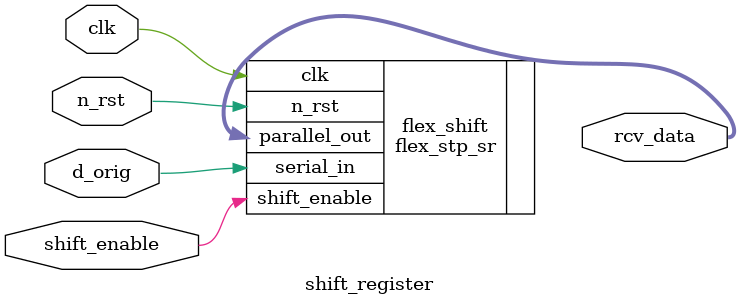
<source format=sv>


module shift_register (input wire clk, input wire n_rst,
    input wire shift_enable, input wire d_orig, output reg[7:0] rcv_data
);

flex_stp_sr flex_shift (.clk(clk), .n_rst(n_rst), 
                        .shift_enable(shift_enable),
                        .serial_in(d_orig), .parallel_out(rcv_data)
                    );
endmodule  

</source>
